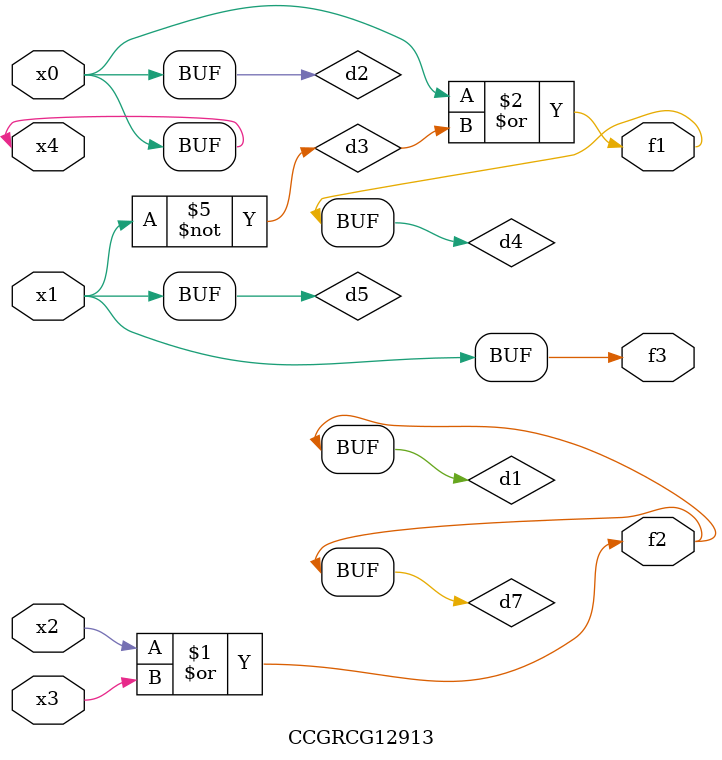
<source format=v>
module CCGRCG12913(
	input x0, x1, x2, x3, x4,
	output f1, f2, f3
);

	wire d1, d2, d3, d4, d5, d6, d7;

	or (d1, x2, x3);
	buf (d2, x0, x4);
	not (d3, x1);
	or (d4, d2, d3);
	not (d5, d3);
	nand (d6, d1, d3);
	or (d7, d1);
	assign f1 = d4;
	assign f2 = d7;
	assign f3 = d5;
endmodule

</source>
